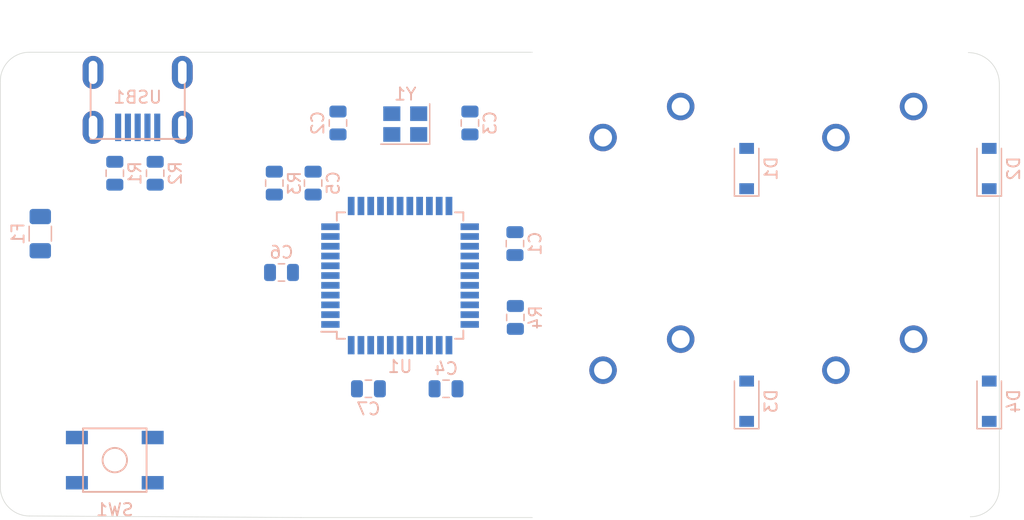
<source format=kicad_pcb>
(kicad_pcb (version 20171130) (host pcbnew "(5.1.4)-1")

  (general
    (thickness 1.6)
    (drawings 9)
    (tracks 0)
    (zones 0)
    (modules 24)
    (nets 49)
  )

  (page A4)
  (layers
    (0 F.Cu signal)
    (31 B.Cu signal)
    (32 B.Adhes user)
    (33 F.Adhes user)
    (34 B.Paste user)
    (35 F.Paste user)
    (36 B.SilkS user)
    (37 F.SilkS user)
    (38 B.Mask user)
    (39 F.Mask user)
    (40 Dwgs.User user)
    (41 Cmts.User user)
    (42 Eco1.User user)
    (43 Eco2.User user)
    (44 Edge.Cuts user)
    (45 Margin user)
    (46 B.CrtYd user)
    (47 F.CrtYd user)
    (48 B.Fab user)
    (49 F.Fab user)
  )

  (setup
    (last_trace_width 0.254)
    (trace_clearance 0.2)
    (zone_clearance 0.508)
    (zone_45_only no)
    (trace_min 0.2)
    (via_size 0.8)
    (via_drill 0.4)
    (via_min_size 0.4)
    (via_min_drill 0.3)
    (uvia_size 0.3)
    (uvia_drill 0.1)
    (uvias_allowed no)
    (uvia_min_size 0.2)
    (uvia_min_drill 0.1)
    (edge_width 0.05)
    (segment_width 0.2)
    (pcb_text_width 0.3)
    (pcb_text_size 1.5 1.5)
    (mod_edge_width 0.12)
    (mod_text_size 1 1)
    (mod_text_width 0.15)
    (pad_size 1.524 1.524)
    (pad_drill 0.762)
    (pad_to_mask_clearance 0.051)
    (solder_mask_min_width 0.25)
    (aux_axis_origin 0 0)
    (visible_elements FFFFFF7F)
    (pcbplotparams
      (layerselection 0x010fc_ffffffff)
      (usegerberextensions false)
      (usegerberattributes false)
      (usegerberadvancedattributes false)
      (creategerberjobfile false)
      (excludeedgelayer true)
      (linewidth 0.100000)
      (plotframeref false)
      (viasonmask false)
      (mode 1)
      (useauxorigin false)
      (hpglpennumber 1)
      (hpglpenspeed 20)
      (hpglpendiameter 15.000000)
      (psnegative false)
      (psa4output false)
      (plotreference true)
      (plotvalue true)
      (plotinvisibletext false)
      (padsonsilk false)
      (subtractmaskfromsilk false)
      (outputformat 1)
      (mirror false)
      (drillshape 1)
      (scaleselection 1)
      (outputdirectory ""))
  )

  (net 0 "")
  (net 1 GND)
  (net 2 +5V)
  (net 3 "Net-(C2-Pad1)")
  (net 4 "Net-(C3-Pad1)")
  (net 5 "Net-(C6-Pad1)")
  (net 6 "Net-(D1-Pad2)")
  (net 7 ROW0)
  (net 8 "Net-(D2-Pad2)")
  (net 9 ROW1)
  (net 10 "Net-(D3-Pad2)")
  (net 11 "Net-(D4-Pad2)")
  (net 12 VCC)
  (net 13 COL0)
  (net 14 COL1)
  (net 15 D-)
  (net 16 "Net-(R1-Pad1)")
  (net 17 D+)
  (net 18 "Net-(R2-Pad1)")
  (net 19 "Net-(R3-Pad2)")
  (net 20 "Net-(R4-Pad2)")
  (net 21 "Net-(U1-Pad42)")
  (net 22 "Net-(U1-Pad41)")
  (net 23 "Net-(U1-Pad40)")
  (net 24 "Net-(U1-Pad39)")
  (net 25 "Net-(U1-Pad38)")
  (net 26 "Net-(U1-Pad37)")
  (net 27 "Net-(U1-Pad36)")
  (net 28 "Net-(U1-Pad32)")
  (net 29 "Net-(U1-Pad31)")
  (net 30 "Net-(U1-Pad30)")
  (net 31 "Net-(U1-Pad29)")
  (net 32 "Net-(U1-Pad28)")
  (net 33 "Net-(U1-Pad27)")
  (net 34 "Net-(U1-Pad26)")
  (net 35 "Net-(U1-Pad25)")
  (net 36 "Net-(U1-Pad22)")
  (net 37 "Net-(U1-Pad21)")
  (net 38 "Net-(U1-Pad20)")
  (net 39 "Net-(U1-Pad19)")
  (net 40 "Net-(U1-Pad18)")
  (net 41 "Net-(U1-Pad12)")
  (net 42 "Net-(U1-Pad11)")
  (net 43 "Net-(U1-Pad10)")
  (net 44 "Net-(U1-Pad9)")
  (net 45 "Net-(U1-Pad8)")
  (net 46 "Net-(U1-Pad1)")
  (net 47 "Net-(USB1-Pad6)")
  (net 48 "Net-(USB1-Pad2)")

  (net_class Default "This is the default net class."
    (clearance 0.2)
    (trace_width 0.254)
    (via_dia 0.8)
    (via_drill 0.4)
    (uvia_dia 0.3)
    (uvia_drill 0.1)
    (add_net COL0)
    (add_net COL1)
    (add_net D+)
    (add_net D-)
    (add_net "Net-(C2-Pad1)")
    (add_net "Net-(C3-Pad1)")
    (add_net "Net-(C6-Pad1)")
    (add_net "Net-(D1-Pad2)")
    (add_net "Net-(D2-Pad2)")
    (add_net "Net-(D3-Pad2)")
    (add_net "Net-(D4-Pad2)")
    (add_net "Net-(R1-Pad1)")
    (add_net "Net-(R2-Pad1)")
    (add_net "Net-(R3-Pad2)")
    (add_net "Net-(R4-Pad2)")
    (add_net "Net-(U1-Pad1)")
    (add_net "Net-(U1-Pad10)")
    (add_net "Net-(U1-Pad11)")
    (add_net "Net-(U1-Pad12)")
    (add_net "Net-(U1-Pad18)")
    (add_net "Net-(U1-Pad19)")
    (add_net "Net-(U1-Pad20)")
    (add_net "Net-(U1-Pad21)")
    (add_net "Net-(U1-Pad22)")
    (add_net "Net-(U1-Pad25)")
    (add_net "Net-(U1-Pad26)")
    (add_net "Net-(U1-Pad27)")
    (add_net "Net-(U1-Pad28)")
    (add_net "Net-(U1-Pad29)")
    (add_net "Net-(U1-Pad30)")
    (add_net "Net-(U1-Pad31)")
    (add_net "Net-(U1-Pad32)")
    (add_net "Net-(U1-Pad36)")
    (add_net "Net-(U1-Pad37)")
    (add_net "Net-(U1-Pad38)")
    (add_net "Net-(U1-Pad39)")
    (add_net "Net-(U1-Pad40)")
    (add_net "Net-(U1-Pad41)")
    (add_net "Net-(U1-Pad42)")
    (add_net "Net-(U1-Pad8)")
    (add_net "Net-(U1-Pad9)")
    (add_net "Net-(USB1-Pad2)")
    (add_net "Net-(USB1-Pad6)")
    (add_net ROW0)
    (add_net ROW1)
  )

  (net_class Power ""
    (clearance 0.2)
    (trace_width 0.381)
    (via_dia 0.8)
    (via_drill 0.4)
    (uvia_dia 0.3)
    (uvia_drill 0.1)
    (add_net +5V)
    (add_net GND)
    (add_net VCC)
  )

  (module Crystal:Crystal_SMD_3225-4Pin_3.2x2.5mm (layer B.Cu) (tedit 5A0FD1B2) (tstamp 62EA5D8A)
    (at 129.17025 38.266 180)
    (descr "SMD Crystal SERIES SMD3225/4 http://www.txccrystal.com/images/pdf/7m-accuracy.pdf, 3.2x2.5mm^2 package")
    (tags "SMD SMT crystal")
    (path /62EC589B)
    (attr smd)
    (fp_text reference Y1 (at 0 2.45 180) (layer B.SilkS)
      (effects (font (size 1 1) (thickness 0.15)) (justify mirror))
    )
    (fp_text value 16MHz (at 0 -2.45 180) (layer B.Fab)
      (effects (font (size 1 1) (thickness 0.15)) (justify mirror))
    )
    (fp_line (start 2.1 1.7) (end -2.1 1.7) (layer B.CrtYd) (width 0.05))
    (fp_line (start 2.1 -1.7) (end 2.1 1.7) (layer B.CrtYd) (width 0.05))
    (fp_line (start -2.1 -1.7) (end 2.1 -1.7) (layer B.CrtYd) (width 0.05))
    (fp_line (start -2.1 1.7) (end -2.1 -1.7) (layer B.CrtYd) (width 0.05))
    (fp_line (start -2 -1.65) (end 2 -1.65) (layer B.SilkS) (width 0.12))
    (fp_line (start -2 1.65) (end -2 -1.65) (layer B.SilkS) (width 0.12))
    (fp_line (start -1.6 -0.25) (end -0.6 -1.25) (layer B.Fab) (width 0.1))
    (fp_line (start 1.6 1.25) (end -1.6 1.25) (layer B.Fab) (width 0.1))
    (fp_line (start 1.6 -1.25) (end 1.6 1.25) (layer B.Fab) (width 0.1))
    (fp_line (start -1.6 -1.25) (end 1.6 -1.25) (layer B.Fab) (width 0.1))
    (fp_line (start -1.6 1.25) (end -1.6 -1.25) (layer B.Fab) (width 0.1))
    (fp_text user %R (at 0 0 180) (layer B.Fab)
      (effects (font (size 0.7 0.7) (thickness 0.105)) (justify mirror))
    )
    (pad 4 smd rect (at -1.1 0.85 180) (size 1.4 1.2) (layers B.Cu B.Paste B.Mask)
      (net 1 GND))
    (pad 3 smd rect (at 1.1 0.85 180) (size 1.4 1.2) (layers B.Cu B.Paste B.Mask)
      (net 4 "Net-(C3-Pad1)"))
    (pad 2 smd rect (at 1.1 -0.85 180) (size 1.4 1.2) (layers B.Cu B.Paste B.Mask)
      (net 1 GND))
    (pad 1 smd rect (at -1.1 -0.85 180) (size 1.4 1.2) (layers B.Cu B.Paste B.Mask)
      (net 3 "Net-(C2-Pad1)"))
    (model ${KISYS3DMOD}/Crystal.3dshapes/Crystal_SMD_3225-4Pin_3.2x2.5mm.wrl
      (at (xyz 0 0 0))
      (scale (xyz 1 1 1))
      (rotate (xyz 0 0 0))
    )
  )

  (module random-keyboard-parts:Molex-0548190589 (layer B.Cu) (tedit 5C494815) (tstamp 62EA5D47)
    (at 107.282 34.036 270)
    (path /62EDE864)
    (attr smd)
    (fp_text reference USB1 (at 2.032 0) (layer B.SilkS)
      (effects (font (size 1 1) (thickness 0.15)) (justify mirror))
    )
    (fp_text value Molex-0548190589 (at -5.08 0) (layer Dwgs.User)
      (effects (font (size 1 1) (thickness 0.15)))
    )
    (fp_text user %R (at 2 0) (layer B.CrtYd)
      (effects (font (size 1 1) (thickness 0.15)) (justify mirror))
    )
    (fp_line (start 3.25 1.25) (end 5.5 1.25) (layer B.CrtYd) (width 0.15))
    (fp_line (start 5.5 0.5) (end 3.25 0.5) (layer B.CrtYd) (width 0.15))
    (fp_line (start 3.25 -0.5) (end 5.5 -0.5) (layer B.CrtYd) (width 0.15))
    (fp_line (start 5.5 -1.25) (end 3.25 -1.25) (layer B.CrtYd) (width 0.15))
    (fp_line (start 3.25 -2) (end 5.5 -2) (layer B.CrtYd) (width 0.15))
    (fp_line (start 3.25 2) (end 3.25 -2) (layer B.CrtYd) (width 0.15))
    (fp_line (start 5.5 2) (end 3.25 2) (layer B.CrtYd) (width 0.15))
    (fp_line (start -3.75 -3.75) (end -3.75 3.75) (layer B.CrtYd) (width 0.15))
    (fp_line (start 5.5 -3.75) (end -3.75 -3.75) (layer B.CrtYd) (width 0.15))
    (fp_line (start 5.5 3.75) (end 5.5 -3.75) (layer B.CrtYd) (width 0.15))
    (fp_line (start -3.75 3.75) (end 5.5 3.75) (layer B.CrtYd) (width 0.15))
    (fp_line (start 0 3.85) (end 5.45 3.85) (layer B.SilkS) (width 0.15))
    (fp_line (start 0 -3.85) (end 5.45 -3.85) (layer B.SilkS) (width 0.15))
    (fp_line (start 5.45 3.85) (end 5.45 -3.85) (layer B.SilkS) (width 0.15))
    (fp_line (start -3.75 3.85) (end 0 3.85) (layer Dwgs.User) (width 0.15))
    (fp_line (start -3.75 -3.85) (end 0 -3.85) (layer Dwgs.User) (width 0.15))
    (fp_line (start -1.75 4.572) (end -1.75 -4.572) (layer Dwgs.User) (width 0.15))
    (fp_line (start -3.75 3.85) (end -3.75 -3.85) (layer Dwgs.User) (width 0.15))
    (pad 6 thru_hole oval (at 0 3.65 270) (size 2.7 1.7) (drill oval 1.9 0.7) (layers *.Cu *.Mask)
      (net 47 "Net-(USB1-Pad6)"))
    (pad 6 thru_hole oval (at 0 -3.65 270) (size 2.7 1.7) (drill oval 1.9 0.7) (layers *.Cu *.Mask)
      (net 47 "Net-(USB1-Pad6)"))
    (pad 6 thru_hole oval (at 4.5 -3.65 270) (size 2.7 1.7) (drill oval 1.9 0.7) (layers *.Cu *.Mask)
      (net 47 "Net-(USB1-Pad6)"))
    (pad 6 thru_hole oval (at 4.5 3.65 270) (size 2.7 1.7) (drill oval 1.9 0.7) (layers *.Cu *.Mask)
      (net 47 "Net-(USB1-Pad6)"))
    (pad 5 smd rect (at 4.5 1.6 270) (size 2.25 0.5) (layers B.Cu B.Paste B.Mask)
      (net 12 VCC))
    (pad 4 smd rect (at 4.5 0.8 270) (size 2.25 0.5) (layers B.Cu B.Paste B.Mask)
      (net 15 D-))
    (pad 3 smd rect (at 4.5 0 270) (size 2.25 0.5) (layers B.Cu B.Paste B.Mask)
      (net 17 D+))
    (pad 2 smd rect (at 4.5 -0.8 270) (size 2.25 0.5) (layers B.Cu B.Paste B.Mask)
      (net 48 "Net-(USB1-Pad2)"))
    (pad 1 smd rect (at 4.5 -1.6 270) (size 2.25 0.5) (layers B.Cu B.Paste B.Mask)
      (net 1 GND))
  )

  (module Package_QFP:TQFP-44_10x10mm_P0.8mm (layer B.Cu) (tedit 5A02F146) (tstamp 62EA742A)
    (at 128.74625 50.673)
    (descr "44-Lead Plastic Thin Quad Flatpack (PT) - 10x10x1.0 mm Body [TQFP] (see Microchip Packaging Specification 00000049BS.pdf)")
    (tags "QFP 0.8")
    (path /62E8C8C3)
    (attr smd)
    (fp_text reference U1 (at 0 7.45) (layer B.SilkS)
      (effects (font (size 1 1) (thickness 0.15)) (justify mirror))
    )
    (fp_text value ATmega32U4-AU (at 0 -7.45) (layer B.Fab)
      (effects (font (size 1 1) (thickness 0.15)) (justify mirror))
    )
    (fp_line (start -5.175 4.6) (end -6.45 4.6) (layer B.SilkS) (width 0.15))
    (fp_line (start 5.175 5.175) (end 4.5 5.175) (layer B.SilkS) (width 0.15))
    (fp_line (start 5.175 -5.175) (end 4.5 -5.175) (layer B.SilkS) (width 0.15))
    (fp_line (start -5.175 -5.175) (end -4.5 -5.175) (layer B.SilkS) (width 0.15))
    (fp_line (start -5.175 5.175) (end -4.5 5.175) (layer B.SilkS) (width 0.15))
    (fp_line (start -5.175 -5.175) (end -5.175 -4.5) (layer B.SilkS) (width 0.15))
    (fp_line (start 5.175 -5.175) (end 5.175 -4.5) (layer B.SilkS) (width 0.15))
    (fp_line (start 5.175 5.175) (end 5.175 4.5) (layer B.SilkS) (width 0.15))
    (fp_line (start -5.175 5.175) (end -5.175 4.6) (layer B.SilkS) (width 0.15))
    (fp_line (start -6.7 -6.7) (end 6.7 -6.7) (layer B.CrtYd) (width 0.05))
    (fp_line (start -6.7 6.7) (end 6.7 6.7) (layer B.CrtYd) (width 0.05))
    (fp_line (start 6.7 6.7) (end 6.7 -6.7) (layer B.CrtYd) (width 0.05))
    (fp_line (start -6.7 6.7) (end -6.7 -6.7) (layer B.CrtYd) (width 0.05))
    (fp_line (start -5 4) (end -4 5) (layer B.Fab) (width 0.15))
    (fp_line (start -5 -5) (end -5 4) (layer B.Fab) (width 0.15))
    (fp_line (start 5 -5) (end -5 -5) (layer B.Fab) (width 0.15))
    (fp_line (start 5 5) (end 5 -5) (layer B.Fab) (width 0.15))
    (fp_line (start -4 5) (end 5 5) (layer B.Fab) (width 0.15))
    (fp_text user %R (at 0 0) (layer B.Fab)
      (effects (font (size 1 1) (thickness 0.15)) (justify mirror))
    )
    (pad 44 smd rect (at -4 5.7 270) (size 1.5 0.55) (layers B.Cu B.Paste B.Mask)
      (net 2 +5V))
    (pad 43 smd rect (at -3.2 5.7 270) (size 1.5 0.55) (layers B.Cu B.Paste B.Mask)
      (net 1 GND))
    (pad 42 smd rect (at -2.4 5.7 270) (size 1.5 0.55) (layers B.Cu B.Paste B.Mask)
      (net 21 "Net-(U1-Pad42)"))
    (pad 41 smd rect (at -1.6 5.7 270) (size 1.5 0.55) (layers B.Cu B.Paste B.Mask)
      (net 22 "Net-(U1-Pad41)"))
    (pad 40 smd rect (at -0.8 5.7 270) (size 1.5 0.55) (layers B.Cu B.Paste B.Mask)
      (net 23 "Net-(U1-Pad40)"))
    (pad 39 smd rect (at 0 5.7 270) (size 1.5 0.55) (layers B.Cu B.Paste B.Mask)
      (net 24 "Net-(U1-Pad39)"))
    (pad 38 smd rect (at 0.8 5.7 270) (size 1.5 0.55) (layers B.Cu B.Paste B.Mask)
      (net 25 "Net-(U1-Pad38)"))
    (pad 37 smd rect (at 1.6 5.7 270) (size 1.5 0.55) (layers B.Cu B.Paste B.Mask)
      (net 26 "Net-(U1-Pad37)"))
    (pad 36 smd rect (at 2.4 5.7 270) (size 1.5 0.55) (layers B.Cu B.Paste B.Mask)
      (net 27 "Net-(U1-Pad36)"))
    (pad 35 smd rect (at 3.2 5.7 270) (size 1.5 0.55) (layers B.Cu B.Paste B.Mask)
      (net 1 GND))
    (pad 34 smd rect (at 4 5.7 270) (size 1.5 0.55) (layers B.Cu B.Paste B.Mask)
      (net 2 +5V))
    (pad 33 smd rect (at 5.7 4) (size 1.5 0.55) (layers B.Cu B.Paste B.Mask)
      (net 20 "Net-(R4-Pad2)"))
    (pad 32 smd rect (at 5.7 3.2) (size 1.5 0.55) (layers B.Cu B.Paste B.Mask)
      (net 28 "Net-(U1-Pad32)"))
    (pad 31 smd rect (at 5.7 2.4) (size 1.5 0.55) (layers B.Cu B.Paste B.Mask)
      (net 29 "Net-(U1-Pad31)"))
    (pad 30 smd rect (at 5.7 1.6) (size 1.5 0.55) (layers B.Cu B.Paste B.Mask)
      (net 30 "Net-(U1-Pad30)"))
    (pad 29 smd rect (at 5.7 0.8) (size 1.5 0.55) (layers B.Cu B.Paste B.Mask)
      (net 31 "Net-(U1-Pad29)"))
    (pad 28 smd rect (at 5.7 0) (size 1.5 0.55) (layers B.Cu B.Paste B.Mask)
      (net 32 "Net-(U1-Pad28)"))
    (pad 27 smd rect (at 5.7 -0.8) (size 1.5 0.55) (layers B.Cu B.Paste B.Mask)
      (net 33 "Net-(U1-Pad27)"))
    (pad 26 smd rect (at 5.7 -1.6) (size 1.5 0.55) (layers B.Cu B.Paste B.Mask)
      (net 34 "Net-(U1-Pad26)"))
    (pad 25 smd rect (at 5.7 -2.4) (size 1.5 0.55) (layers B.Cu B.Paste B.Mask)
      (net 35 "Net-(U1-Pad25)"))
    (pad 24 smd rect (at 5.7 -3.2) (size 1.5 0.55) (layers B.Cu B.Paste B.Mask)
      (net 2 +5V))
    (pad 23 smd rect (at 5.7 -4) (size 1.5 0.55) (layers B.Cu B.Paste B.Mask)
      (net 1 GND))
    (pad 22 smd rect (at 4 -5.7 270) (size 1.5 0.55) (layers B.Cu B.Paste B.Mask)
      (net 36 "Net-(U1-Pad22)"))
    (pad 21 smd rect (at 3.2 -5.7 270) (size 1.5 0.55) (layers B.Cu B.Paste B.Mask)
      (net 37 "Net-(U1-Pad21)"))
    (pad 20 smd rect (at 2.4 -5.7 270) (size 1.5 0.55) (layers B.Cu B.Paste B.Mask)
      (net 38 "Net-(U1-Pad20)"))
    (pad 19 smd rect (at 1.6 -5.7 270) (size 1.5 0.55) (layers B.Cu B.Paste B.Mask)
      (net 39 "Net-(U1-Pad19)"))
    (pad 18 smd rect (at 0.8 -5.7 270) (size 1.5 0.55) (layers B.Cu B.Paste B.Mask)
      (net 40 "Net-(U1-Pad18)"))
    (pad 17 smd rect (at 0 -5.7 270) (size 1.5 0.55) (layers B.Cu B.Paste B.Mask)
      (net 3 "Net-(C2-Pad1)"))
    (pad 16 smd rect (at -0.8 -5.7 270) (size 1.5 0.55) (layers B.Cu B.Paste B.Mask)
      (net 4 "Net-(C3-Pad1)"))
    (pad 15 smd rect (at -1.6 -5.7 270) (size 1.5 0.55) (layers B.Cu B.Paste B.Mask)
      (net 1 GND))
    (pad 14 smd rect (at -2.4 -5.7 270) (size 1.5 0.55) (layers B.Cu B.Paste B.Mask)
      (net 2 +5V))
    (pad 13 smd rect (at -3.2 -5.7 270) (size 1.5 0.55) (layers B.Cu B.Paste B.Mask)
      (net 19 "Net-(R3-Pad2)"))
    (pad 12 smd rect (at -4 -5.7 270) (size 1.5 0.55) (layers B.Cu B.Paste B.Mask)
      (net 41 "Net-(U1-Pad12)"))
    (pad 11 smd rect (at -5.7 -4) (size 1.5 0.55) (layers B.Cu B.Paste B.Mask)
      (net 42 "Net-(U1-Pad11)"))
    (pad 10 smd rect (at -5.7 -3.2) (size 1.5 0.55) (layers B.Cu B.Paste B.Mask)
      (net 43 "Net-(U1-Pad10)"))
    (pad 9 smd rect (at -5.7 -2.4) (size 1.5 0.55) (layers B.Cu B.Paste B.Mask)
      (net 44 "Net-(U1-Pad9)"))
    (pad 8 smd rect (at -5.7 -1.6) (size 1.5 0.55) (layers B.Cu B.Paste B.Mask)
      (net 45 "Net-(U1-Pad8)"))
    (pad 7 smd rect (at -5.7 -0.8) (size 1.5 0.55) (layers B.Cu B.Paste B.Mask)
      (net 2 +5V))
    (pad 6 smd rect (at -5.7 0) (size 1.5 0.55) (layers B.Cu B.Paste B.Mask)
      (net 5 "Net-(C6-Pad1)"))
    (pad 5 smd rect (at -5.7 0.8) (size 1.5 0.55) (layers B.Cu B.Paste B.Mask)
      (net 1 GND))
    (pad 4 smd rect (at -5.7 1.6) (size 1.5 0.55) (layers B.Cu B.Paste B.Mask)
      (net 18 "Net-(R2-Pad1)"))
    (pad 3 smd rect (at -5.7 2.4) (size 1.5 0.55) (layers B.Cu B.Paste B.Mask)
      (net 16 "Net-(R1-Pad1)"))
    (pad 2 smd rect (at -5.7 3.2) (size 1.5 0.55) (layers B.Cu B.Paste B.Mask)
      (net 2 +5V))
    (pad 1 smd rect (at -5.7 4) (size 1.5 0.55) (layers B.Cu B.Paste B.Mask)
      (net 46 "Net-(U1-Pad1)"))
    (model ${KISYS3DMOD}/Package_QFP.3dshapes/TQFP-44_10x10mm_P0.8mm.wrl
      (at (xyz 0 0 0))
      (scale (xyz 1 1 1))
      (rotate (xyz 0 0 0))
    )
  )

  (module random-keyboard-parts:SKQG-1155865 (layer B.Cu) (tedit 5E62B398) (tstamp 62EA5CE4)
    (at 105.41 65.786 180)
    (path /62ED2889)
    (attr smd)
    (fp_text reference SW1 (at 0 -4.064) (layer B.SilkS)
      (effects (font (size 1 1) (thickness 0.15)) (justify mirror))
    )
    (fp_text value SW_Push (at 0 4.064) (layer B.Fab)
      (effects (font (size 1 1) (thickness 0.15)) (justify mirror))
    )
    (fp_line (start -2.6 2.6) (end 2.6 2.6) (layer B.SilkS) (width 0.15))
    (fp_line (start 2.6 2.6) (end 2.6 -2.6) (layer B.SilkS) (width 0.15))
    (fp_line (start 2.6 -2.6) (end -2.6 -2.6) (layer B.SilkS) (width 0.15))
    (fp_line (start -2.6 -2.6) (end -2.6 2.6) (layer B.SilkS) (width 0.15))
    (fp_circle (center 0 0) (end 1 0) (layer B.SilkS) (width 0.15))
    (fp_line (start -4.2 2.6) (end 4.2 2.6) (layer B.Fab) (width 0.15))
    (fp_line (start 4.2 2.6) (end 4.2 1.2) (layer B.Fab) (width 0.15))
    (fp_line (start 4.2 1.1) (end 2.6 1.1) (layer B.Fab) (width 0.15))
    (fp_line (start 2.6 1.1) (end 2.6 -1.1) (layer B.Fab) (width 0.15))
    (fp_line (start 2.6 -1.1) (end 4.2 -1.1) (layer B.Fab) (width 0.15))
    (fp_line (start 4.2 -1.1) (end 4.2 -2.6) (layer B.Fab) (width 0.15))
    (fp_line (start 4.2 -2.6) (end -4.2 -2.6) (layer B.Fab) (width 0.15))
    (fp_line (start -4.2 -2.6) (end -4.2 -1.1) (layer B.Fab) (width 0.15))
    (fp_line (start -4.2 -1.1) (end -2.6 -1.1) (layer B.Fab) (width 0.15))
    (fp_line (start -2.6 -1.1) (end -2.6 1.1) (layer B.Fab) (width 0.15))
    (fp_line (start -2.6 1.1) (end -4.2 1.1) (layer B.Fab) (width 0.15))
    (fp_line (start -4.2 1.1) (end -4.2 2.6) (layer B.Fab) (width 0.15))
    (fp_circle (center 0 0) (end 1 0) (layer B.Fab) (width 0.15))
    (fp_line (start -2.6 1.1) (end -1.1 2.6) (layer B.Fab) (width 0.15))
    (fp_line (start 2.6 1.1) (end 1.1 2.6) (layer B.Fab) (width 0.15))
    (fp_line (start 2.6 -1.1) (end 1.1 -2.6) (layer B.Fab) (width 0.15))
    (fp_line (start -2.6 -1.1) (end -1.1 -2.6) (layer B.Fab) (width 0.15))
    (pad 4 smd rect (at -3.1 -1.85 180) (size 1.8 1.1) (layers B.Cu B.Paste B.Mask))
    (pad 3 smd rect (at 3.1 1.85 180) (size 1.8 1.1) (layers B.Cu B.Paste B.Mask))
    (pad 2 smd rect (at -3.1 1.85 180) (size 1.8 1.1) (layers B.Cu B.Paste B.Mask)
      (net 19 "Net-(R3-Pad2)"))
    (pad 1 smd rect (at 3.1 -1.85 180) (size 1.8 1.1) (layers B.Cu B.Paste B.Mask)
      (net 1 GND))
    (model ${KISYS3DMOD}/Button_Switch_SMD.3dshapes/SW_SPST_TL3342.step
      (at (xyz 0 0 0))
      (scale (xyz 1 1 1))
      (rotate (xyz 0 0 0))
    )
  )

  (module Resistor_SMD:R_0805_2012Metric (layer B.Cu) (tedit 5B36C52B) (tstamp 62EA5CC6)
    (at 138.176 54.102 90)
    (descr "Resistor SMD 0805 (2012 Metric), square (rectangular) end terminal, IPC_7351 nominal, (Body size source: https://docs.google.com/spreadsheets/d/1BsfQQcO9C6DZCsRaXUlFlo91Tg2WpOkGARC1WS5S8t0/edit?usp=sharing), generated with kicad-footprint-generator")
    (tags resistor)
    (path /62EA679C)
    (attr smd)
    (fp_text reference R4 (at 0 1.65 90) (layer B.SilkS)
      (effects (font (size 1 1) (thickness 0.15)) (justify mirror))
    )
    (fp_text value 10k (at 0 -1.65 90) (layer B.Fab)
      (effects (font (size 1 1) (thickness 0.15)) (justify mirror))
    )
    (fp_text user %R (at 0 0 90) (layer B.Fab)
      (effects (font (size 0.5 0.5) (thickness 0.08)) (justify mirror))
    )
    (fp_line (start 1.68 -0.95) (end -1.68 -0.95) (layer B.CrtYd) (width 0.05))
    (fp_line (start 1.68 0.95) (end 1.68 -0.95) (layer B.CrtYd) (width 0.05))
    (fp_line (start -1.68 0.95) (end 1.68 0.95) (layer B.CrtYd) (width 0.05))
    (fp_line (start -1.68 -0.95) (end -1.68 0.95) (layer B.CrtYd) (width 0.05))
    (fp_line (start -0.258578 -0.71) (end 0.258578 -0.71) (layer B.SilkS) (width 0.12))
    (fp_line (start -0.258578 0.71) (end 0.258578 0.71) (layer B.SilkS) (width 0.12))
    (fp_line (start 1 -0.6) (end -1 -0.6) (layer B.Fab) (width 0.1))
    (fp_line (start 1 0.6) (end 1 -0.6) (layer B.Fab) (width 0.1))
    (fp_line (start -1 0.6) (end 1 0.6) (layer B.Fab) (width 0.1))
    (fp_line (start -1 -0.6) (end -1 0.6) (layer B.Fab) (width 0.1))
    (pad 2 smd roundrect (at 0.9375 0 90) (size 0.975 1.4) (layers B.Cu B.Paste B.Mask) (roundrect_rratio 0.25)
      (net 20 "Net-(R4-Pad2)"))
    (pad 1 smd roundrect (at -0.9375 0 90) (size 0.975 1.4) (layers B.Cu B.Paste B.Mask) (roundrect_rratio 0.25)
      (net 1 GND))
    (model ${KISYS3DMOD}/Resistor_SMD.3dshapes/R_0805_2012Metric.wrl
      (at (xyz 0 0 0))
      (scale (xyz 1 1 1))
      (rotate (xyz 0 0 0))
    )
  )

  (module Resistor_SMD:R_0805_2012Metric (layer B.Cu) (tedit 5B36C52B) (tstamp 62EA5CB5)
    (at 118.45925 43.1015 90)
    (descr "Resistor SMD 0805 (2012 Metric), square (rectangular) end terminal, IPC_7351 nominal, (Body size source: https://docs.google.com/spreadsheets/d/1BsfQQcO9C6DZCsRaXUlFlo91Tg2WpOkGARC1WS5S8t0/edit?usp=sharing), generated with kicad-footprint-generator")
    (tags resistor)
    (path /62ED5E26)
    (attr smd)
    (fp_text reference R3 (at 0 1.65 90) (layer B.SilkS)
      (effects (font (size 1 1) (thickness 0.15)) (justify mirror))
    )
    (fp_text value 10k (at 0 -1.65 90) (layer B.Fab)
      (effects (font (size 1 1) (thickness 0.15)) (justify mirror))
    )
    (fp_text user %R (at 0 0 90) (layer B.Fab)
      (effects (font (size 0.5 0.5) (thickness 0.08)) (justify mirror))
    )
    (fp_line (start 1.68 -0.95) (end -1.68 -0.95) (layer B.CrtYd) (width 0.05))
    (fp_line (start 1.68 0.95) (end 1.68 -0.95) (layer B.CrtYd) (width 0.05))
    (fp_line (start -1.68 0.95) (end 1.68 0.95) (layer B.CrtYd) (width 0.05))
    (fp_line (start -1.68 -0.95) (end -1.68 0.95) (layer B.CrtYd) (width 0.05))
    (fp_line (start -0.258578 -0.71) (end 0.258578 -0.71) (layer B.SilkS) (width 0.12))
    (fp_line (start -0.258578 0.71) (end 0.258578 0.71) (layer B.SilkS) (width 0.12))
    (fp_line (start 1 -0.6) (end -1 -0.6) (layer B.Fab) (width 0.1))
    (fp_line (start 1 0.6) (end 1 -0.6) (layer B.Fab) (width 0.1))
    (fp_line (start -1 0.6) (end 1 0.6) (layer B.Fab) (width 0.1))
    (fp_line (start -1 -0.6) (end -1 0.6) (layer B.Fab) (width 0.1))
    (pad 2 smd roundrect (at 0.9375 0 90) (size 0.975 1.4) (layers B.Cu B.Paste B.Mask) (roundrect_rratio 0.25)
      (net 19 "Net-(R3-Pad2)"))
    (pad 1 smd roundrect (at -0.9375 0 90) (size 0.975 1.4) (layers B.Cu B.Paste B.Mask) (roundrect_rratio 0.25)
      (net 2 +5V))
    (model ${KISYS3DMOD}/Resistor_SMD.3dshapes/R_0805_2012Metric.wrl
      (at (xyz 0 0 0))
      (scale (xyz 1 1 1))
      (rotate (xyz 0 0 0))
    )
  )

  (module Resistor_SMD:R_0805_2012Metric (layer B.Cu) (tedit 5B36C52B) (tstamp 62EA5CA4)
    (at 108.712 42.291 90)
    (descr "Resistor SMD 0805 (2012 Metric), square (rectangular) end terminal, IPC_7351 nominal, (Body size source: https://docs.google.com/spreadsheets/d/1BsfQQcO9C6DZCsRaXUlFlo91Tg2WpOkGARC1WS5S8t0/edit?usp=sharing), generated with kicad-footprint-generator")
    (tags resistor)
    (path /62EAA772)
    (attr smd)
    (fp_text reference R2 (at 0 1.65 90) (layer B.SilkS)
      (effects (font (size 1 1) (thickness 0.15)) (justify mirror))
    )
    (fp_text value 22 (at 0 -1.65 90) (layer B.Fab)
      (effects (font (size 1 1) (thickness 0.15)) (justify mirror))
    )
    (fp_text user %R (at 0 0 90) (layer B.Fab)
      (effects (font (size 0.5 0.5) (thickness 0.08)) (justify mirror))
    )
    (fp_line (start 1.68 -0.95) (end -1.68 -0.95) (layer B.CrtYd) (width 0.05))
    (fp_line (start 1.68 0.95) (end 1.68 -0.95) (layer B.CrtYd) (width 0.05))
    (fp_line (start -1.68 0.95) (end 1.68 0.95) (layer B.CrtYd) (width 0.05))
    (fp_line (start -1.68 -0.95) (end -1.68 0.95) (layer B.CrtYd) (width 0.05))
    (fp_line (start -0.258578 -0.71) (end 0.258578 -0.71) (layer B.SilkS) (width 0.12))
    (fp_line (start -0.258578 0.71) (end 0.258578 0.71) (layer B.SilkS) (width 0.12))
    (fp_line (start 1 -0.6) (end -1 -0.6) (layer B.Fab) (width 0.1))
    (fp_line (start 1 0.6) (end 1 -0.6) (layer B.Fab) (width 0.1))
    (fp_line (start -1 0.6) (end 1 0.6) (layer B.Fab) (width 0.1))
    (fp_line (start -1 -0.6) (end -1 0.6) (layer B.Fab) (width 0.1))
    (pad 2 smd roundrect (at 0.9375 0 90) (size 0.975 1.4) (layers B.Cu B.Paste B.Mask) (roundrect_rratio 0.25)
      (net 17 D+))
    (pad 1 smd roundrect (at -0.9375 0 90) (size 0.975 1.4) (layers B.Cu B.Paste B.Mask) (roundrect_rratio 0.25)
      (net 18 "Net-(R2-Pad1)"))
    (model ${KISYS3DMOD}/Resistor_SMD.3dshapes/R_0805_2012Metric.wrl
      (at (xyz 0 0 0))
      (scale (xyz 1 1 1))
      (rotate (xyz 0 0 0))
    )
  )

  (module Resistor_SMD:R_0805_2012Metric (layer B.Cu) (tedit 5B36C52B) (tstamp 62EA5C93)
    (at 105.41 42.291 90)
    (descr "Resistor SMD 0805 (2012 Metric), square (rectangular) end terminal, IPC_7351 nominal, (Body size source: https://docs.google.com/spreadsheets/d/1BsfQQcO9C6DZCsRaXUlFlo91Tg2WpOkGARC1WS5S8t0/edit?usp=sharing), generated with kicad-footprint-generator")
    (tags resistor)
    (path /62EADDC5)
    (attr smd)
    (fp_text reference R1 (at 0 1.65 90) (layer B.SilkS)
      (effects (font (size 1 1) (thickness 0.15)) (justify mirror))
    )
    (fp_text value 22 (at 0 -1.65 90) (layer B.Fab)
      (effects (font (size 1 1) (thickness 0.15)) (justify mirror))
    )
    (fp_text user %R (at 0 0 90) (layer B.Fab)
      (effects (font (size 0.5 0.5) (thickness 0.08)) (justify mirror))
    )
    (fp_line (start 1.68 -0.95) (end -1.68 -0.95) (layer B.CrtYd) (width 0.05))
    (fp_line (start 1.68 0.95) (end 1.68 -0.95) (layer B.CrtYd) (width 0.05))
    (fp_line (start -1.68 0.95) (end 1.68 0.95) (layer B.CrtYd) (width 0.05))
    (fp_line (start -1.68 -0.95) (end -1.68 0.95) (layer B.CrtYd) (width 0.05))
    (fp_line (start -0.258578 -0.71) (end 0.258578 -0.71) (layer B.SilkS) (width 0.12))
    (fp_line (start -0.258578 0.71) (end 0.258578 0.71) (layer B.SilkS) (width 0.12))
    (fp_line (start 1 -0.6) (end -1 -0.6) (layer B.Fab) (width 0.1))
    (fp_line (start 1 0.6) (end 1 -0.6) (layer B.Fab) (width 0.1))
    (fp_line (start -1 0.6) (end 1 0.6) (layer B.Fab) (width 0.1))
    (fp_line (start -1 -0.6) (end -1 0.6) (layer B.Fab) (width 0.1))
    (pad 2 smd roundrect (at 0.9375 0 90) (size 0.975 1.4) (layers B.Cu B.Paste B.Mask) (roundrect_rratio 0.25)
      (net 15 D-))
    (pad 1 smd roundrect (at -0.9375 0 90) (size 0.975 1.4) (layers B.Cu B.Paste B.Mask) (roundrect_rratio 0.25)
      (net 16 "Net-(R1-Pad1)"))
    (model ${KISYS3DMOD}/Resistor_SMD.3dshapes/R_0805_2012Metric.wrl
      (at (xyz 0 0 0))
      (scale (xyz 1 1 1))
      (rotate (xyz 0 0 0))
    )
  )

  (module MX_Only:MXOnly-1U-NoLED (layer F.Cu) (tedit 5BD3C6C7) (tstamp 62EA9BF9)
    (at 168.2115 60.96)
    (path /62EE7856)
    (fp_text reference MX4 (at 0 3.175) (layer Dwgs.User)
      (effects (font (size 1 1) (thickness 0.15)))
    )
    (fp_text value MX-NoLED (at 0 -7.9375) (layer Dwgs.User)
      (effects (font (size 1 1) (thickness 0.15)))
    )
    (fp_line (start 5 -7) (end 7 -7) (layer Dwgs.User) (width 0.15))
    (fp_line (start 7 -7) (end 7 -5) (layer Dwgs.User) (width 0.15))
    (fp_line (start 5 7) (end 7 7) (layer Dwgs.User) (width 0.15))
    (fp_line (start 7 7) (end 7 5) (layer Dwgs.User) (width 0.15))
    (fp_line (start -7 5) (end -7 7) (layer Dwgs.User) (width 0.15))
    (fp_line (start -7 7) (end -5 7) (layer Dwgs.User) (width 0.15))
    (fp_line (start -5 -7) (end -7 -7) (layer Dwgs.User) (width 0.15))
    (fp_line (start -7 -7) (end -7 -5) (layer Dwgs.User) (width 0.15))
    (fp_line (start -9.525 -9.525) (end 9.525 -9.525) (layer Dwgs.User) (width 0.15))
    (fp_line (start 9.525 -9.525) (end 9.525 9.525) (layer Dwgs.User) (width 0.15))
    (fp_line (start 9.525 9.525) (end -9.525 9.525) (layer Dwgs.User) (width 0.15))
    (fp_line (start -9.525 9.525) (end -9.525 -9.525) (layer Dwgs.User) (width 0.15))
    (pad 2 thru_hole circle (at 2.54 -5.08) (size 2.25 2.25) (drill 1.47) (layers *.Cu B.Mask)
      (net 11 "Net-(D4-Pad2)"))
    (pad "" np_thru_hole circle (at 0 0) (size 3.9878 3.9878) (drill 3.9878) (layers *.Cu *.Mask))
    (pad 1 thru_hole circle (at -3.81 -2.54) (size 2.25 2.25) (drill 1.47) (layers *.Cu B.Mask)
      (net 14 COL1))
    (pad "" np_thru_hole circle (at -5.08 0 48.0996) (size 1.75 1.75) (drill 1.75) (layers *.Cu *.Mask))
    (pad "" np_thru_hole circle (at 5.08 0 48.0996) (size 1.75 1.75) (drill 1.75) (layers *.Cu *.Mask))
  )

  (module MX_Only:MXOnly-1U-NoLED (layer F.Cu) (tedit 5BD3C6C7) (tstamp 62EA9C35)
    (at 149.1615 60.96)
    (path /62F0D0E2)
    (fp_text reference MX3 (at 0 3.175) (layer Dwgs.User)
      (effects (font (size 1 1) (thickness 0.15)))
    )
    (fp_text value MX-NoLED (at 0 -7.9375) (layer Dwgs.User)
      (effects (font (size 1 1) (thickness 0.15)))
    )
    (fp_line (start 5 -7) (end 7 -7) (layer Dwgs.User) (width 0.15))
    (fp_line (start 7 -7) (end 7 -5) (layer Dwgs.User) (width 0.15))
    (fp_line (start 5 7) (end 7 7) (layer Dwgs.User) (width 0.15))
    (fp_line (start 7 7) (end 7 5) (layer Dwgs.User) (width 0.15))
    (fp_line (start -7 5) (end -7 7) (layer Dwgs.User) (width 0.15))
    (fp_line (start -7 7) (end -5 7) (layer Dwgs.User) (width 0.15))
    (fp_line (start -5 -7) (end -7 -7) (layer Dwgs.User) (width 0.15))
    (fp_line (start -7 -7) (end -7 -5) (layer Dwgs.User) (width 0.15))
    (fp_line (start -9.525 -9.525) (end 9.525 -9.525) (layer Dwgs.User) (width 0.15))
    (fp_line (start 9.525 -9.525) (end 9.525 9.525) (layer Dwgs.User) (width 0.15))
    (fp_line (start 9.525 9.525) (end -9.525 9.525) (layer Dwgs.User) (width 0.15))
    (fp_line (start -9.525 9.525) (end -9.525 -9.525) (layer Dwgs.User) (width 0.15))
    (pad 2 thru_hole circle (at 2.54 -5.08) (size 2.25 2.25) (drill 1.47) (layers *.Cu B.Mask)
      (net 10 "Net-(D3-Pad2)"))
    (pad "" np_thru_hole circle (at 0 0) (size 3.9878 3.9878) (drill 3.9878) (layers *.Cu *.Mask))
    (pad 1 thru_hole circle (at -3.81 -2.54) (size 2.25 2.25) (drill 1.47) (layers *.Cu B.Mask)
      (net 14 COL1))
    (pad "" np_thru_hole circle (at -5.08 0 48.0996) (size 1.75 1.75) (drill 1.75) (layers *.Cu *.Mask))
    (pad "" np_thru_hole circle (at 5.08 0 48.0996) (size 1.75 1.75) (drill 1.75) (layers *.Cu *.Mask))
  )

  (module MX_Only:MXOnly-1U-NoLED (layer F.Cu) (tedit 5BD3C6C7) (tstamp 62EA9E32)
    (at 168.2115 41.91)
    (path /62EFEC45)
    (fp_text reference MX2 (at 0 3.175) (layer Dwgs.User)
      (effects (font (size 1 1) (thickness 0.15)))
    )
    (fp_text value MX-NoLED (at 0 -7.9375) (layer Dwgs.User)
      (effects (font (size 1 1) (thickness 0.15)))
    )
    (fp_line (start 5 -7) (end 7 -7) (layer Dwgs.User) (width 0.15))
    (fp_line (start 7 -7) (end 7 -5) (layer Dwgs.User) (width 0.15))
    (fp_line (start 5 7) (end 7 7) (layer Dwgs.User) (width 0.15))
    (fp_line (start 7 7) (end 7 5) (layer Dwgs.User) (width 0.15))
    (fp_line (start -7 5) (end -7 7) (layer Dwgs.User) (width 0.15))
    (fp_line (start -7 7) (end -5 7) (layer Dwgs.User) (width 0.15))
    (fp_line (start -5 -7) (end -7 -7) (layer Dwgs.User) (width 0.15))
    (fp_line (start -7 -7) (end -7 -5) (layer Dwgs.User) (width 0.15))
    (fp_line (start -9.525 -9.525) (end 9.525 -9.525) (layer Dwgs.User) (width 0.15))
    (fp_line (start 9.525 -9.525) (end 9.525 9.525) (layer Dwgs.User) (width 0.15))
    (fp_line (start 9.525 9.525) (end -9.525 9.525) (layer Dwgs.User) (width 0.15))
    (fp_line (start -9.525 9.525) (end -9.525 -9.525) (layer Dwgs.User) (width 0.15))
    (pad 2 thru_hole circle (at 2.54 -5.08) (size 2.25 2.25) (drill 1.47) (layers *.Cu B.Mask)
      (net 8 "Net-(D2-Pad2)"))
    (pad "" np_thru_hole circle (at 0 0) (size 3.9878 3.9878) (drill 3.9878) (layers *.Cu *.Mask))
    (pad 1 thru_hole circle (at -3.81 -2.54) (size 2.25 2.25) (drill 1.47) (layers *.Cu B.Mask)
      (net 13 COL0))
    (pad "" np_thru_hole circle (at -5.08 0 48.0996) (size 1.75 1.75) (drill 1.75) (layers *.Cu *.Mask))
    (pad "" np_thru_hole circle (at 5.08 0 48.0996) (size 1.75 1.75) (drill 1.75) (layers *.Cu *.Mask))
  )

  (module MX_Only:MXOnly-1U-NoLED (layer F.Cu) (tedit 5BD3C6C7) (tstamp 62EAAB97)
    (at 149.1615 41.91)
    (path /62EED4A2)
    (fp_text reference MX1 (at 0 3.175) (layer Dwgs.User)
      (effects (font (size 1 1) (thickness 0.15)))
    )
    (fp_text value MX-NoLED (at 0 -7.9375) (layer Dwgs.User)
      (effects (font (size 1 1) (thickness 0.15)))
    )
    (fp_line (start 5 -7) (end 7 -7) (layer Dwgs.User) (width 0.15))
    (fp_line (start 7 -7) (end 7 -5) (layer Dwgs.User) (width 0.15))
    (fp_line (start 5 7) (end 7 7) (layer Dwgs.User) (width 0.15))
    (fp_line (start 7 7) (end 7 5) (layer Dwgs.User) (width 0.15))
    (fp_line (start -7 5) (end -7 7) (layer Dwgs.User) (width 0.15))
    (fp_line (start -7 7) (end -5 7) (layer Dwgs.User) (width 0.15))
    (fp_line (start -5 -7) (end -7 -7) (layer Dwgs.User) (width 0.15))
    (fp_line (start -7 -7) (end -7 -5) (layer Dwgs.User) (width 0.15))
    (fp_line (start -9.525 -9.525) (end 9.525 -9.525) (layer Dwgs.User) (width 0.15))
    (fp_line (start 9.525 -9.525) (end 9.525 9.525) (layer Dwgs.User) (width 0.15))
    (fp_line (start 9.525 9.525) (end -9.525 9.525) (layer Dwgs.User) (width 0.15))
    (fp_line (start -9.525 9.525) (end -9.525 -9.525) (layer Dwgs.User) (width 0.15))
    (pad 2 thru_hole circle (at 2.54 -5.08) (size 2.25 2.25) (drill 1.47) (layers *.Cu B.Mask)
      (net 6 "Net-(D1-Pad2)"))
    (pad "" np_thru_hole circle (at 0 0) (size 3.9878 3.9878) (drill 3.9878) (layers *.Cu *.Mask))
    (pad 1 thru_hole circle (at -3.81 -2.54) (size 2.25 2.25) (drill 1.47) (layers *.Cu B.Mask)
      (net 13 COL0))
    (pad "" np_thru_hole circle (at -5.08 0 48.0996) (size 1.75 1.75) (drill 1.75) (layers *.Cu *.Mask))
    (pad "" np_thru_hole circle (at 5.08 0 48.0996) (size 1.75 1.75) (drill 1.75) (layers *.Cu *.Mask))
  )

  (module Fuse:Fuse_1206_3216Metric (layer B.Cu) (tedit 5B301BBE) (tstamp 62EA5C2E)
    (at 99.314 47.241 270)
    (descr "Fuse SMD 1206 (3216 Metric), square (rectangular) end terminal, IPC_7351 nominal, (Body size source: http://www.tortai-tech.com/upload/download/2011102023233369053.pdf), generated with kicad-footprint-generator")
    (tags resistor)
    (path /62EDFB9E)
    (attr smd)
    (fp_text reference F1 (at 0 1.82 90) (layer B.SilkS)
      (effects (font (size 1 1) (thickness 0.15)) (justify mirror))
    )
    (fp_text value 500mA (at 0 -1.82 90) (layer B.Fab)
      (effects (font (size 1 1) (thickness 0.15)) (justify mirror))
    )
    (fp_text user %R (at 0 0 90) (layer B.Fab)
      (effects (font (size 0.8 0.8) (thickness 0.12)) (justify mirror))
    )
    (fp_line (start 2.28 -1.12) (end -2.28 -1.12) (layer B.CrtYd) (width 0.05))
    (fp_line (start 2.28 1.12) (end 2.28 -1.12) (layer B.CrtYd) (width 0.05))
    (fp_line (start -2.28 1.12) (end 2.28 1.12) (layer B.CrtYd) (width 0.05))
    (fp_line (start -2.28 -1.12) (end -2.28 1.12) (layer B.CrtYd) (width 0.05))
    (fp_line (start -0.602064 -0.91) (end 0.602064 -0.91) (layer B.SilkS) (width 0.12))
    (fp_line (start -0.602064 0.91) (end 0.602064 0.91) (layer B.SilkS) (width 0.12))
    (fp_line (start 1.6 -0.8) (end -1.6 -0.8) (layer B.Fab) (width 0.1))
    (fp_line (start 1.6 0.8) (end 1.6 -0.8) (layer B.Fab) (width 0.1))
    (fp_line (start -1.6 0.8) (end 1.6 0.8) (layer B.Fab) (width 0.1))
    (fp_line (start -1.6 -0.8) (end -1.6 0.8) (layer B.Fab) (width 0.1))
    (pad 2 smd roundrect (at 1.4 0 270) (size 1.25 1.75) (layers B.Cu B.Paste B.Mask) (roundrect_rratio 0.2)
      (net 12 VCC))
    (pad 1 smd roundrect (at -1.4 0 270) (size 1.25 1.75) (layers B.Cu B.Paste B.Mask) (roundrect_rratio 0.2)
      (net 2 +5V))
    (model ${KISYS3DMOD}/Fuse.3dshapes/Fuse_1206_3216Metric.wrl
      (at (xyz 0 0 0))
      (scale (xyz 1 1 1))
      (rotate (xyz 0 0 0))
    )
  )

  (module Diode_SMD:D_SOD-123 (layer B.Cu) (tedit 58645DC7) (tstamp 62EA9D35)
    (at 176.94275 60.96 90)
    (descr SOD-123)
    (tags SOD-123)
    (path /62EEAB86)
    (attr smd)
    (fp_text reference D4 (at 0 2 90) (layer B.SilkS)
      (effects (font (size 1 1) (thickness 0.15)) (justify mirror))
    )
    (fp_text value SOD-123 (at 0 -2.1 90) (layer B.Fab)
      (effects (font (size 1 1) (thickness 0.15)) (justify mirror))
    )
    (fp_line (start -2.25 1) (end 1.65 1) (layer B.SilkS) (width 0.12))
    (fp_line (start -2.25 -1) (end 1.65 -1) (layer B.SilkS) (width 0.12))
    (fp_line (start -2.35 1.15) (end -2.35 -1.15) (layer B.CrtYd) (width 0.05))
    (fp_line (start 2.35 -1.15) (end -2.35 -1.15) (layer B.CrtYd) (width 0.05))
    (fp_line (start 2.35 1.15) (end 2.35 -1.15) (layer B.CrtYd) (width 0.05))
    (fp_line (start -2.35 1.15) (end 2.35 1.15) (layer B.CrtYd) (width 0.05))
    (fp_line (start -1.4 0.9) (end 1.4 0.9) (layer B.Fab) (width 0.1))
    (fp_line (start 1.4 0.9) (end 1.4 -0.9) (layer B.Fab) (width 0.1))
    (fp_line (start 1.4 -0.9) (end -1.4 -0.9) (layer B.Fab) (width 0.1))
    (fp_line (start -1.4 -0.9) (end -1.4 0.9) (layer B.Fab) (width 0.1))
    (fp_line (start -0.75 0) (end -0.35 0) (layer B.Fab) (width 0.1))
    (fp_line (start -0.35 0) (end -0.35 0.55) (layer B.Fab) (width 0.1))
    (fp_line (start -0.35 0) (end -0.35 -0.55) (layer B.Fab) (width 0.1))
    (fp_line (start -0.35 0) (end 0.25 0.4) (layer B.Fab) (width 0.1))
    (fp_line (start 0.25 0.4) (end 0.25 -0.4) (layer B.Fab) (width 0.1))
    (fp_line (start 0.25 -0.4) (end -0.35 0) (layer B.Fab) (width 0.1))
    (fp_line (start 0.25 0) (end 0.75 0) (layer B.Fab) (width 0.1))
    (fp_line (start -2.25 1) (end -2.25 -1) (layer B.SilkS) (width 0.12))
    (fp_text user %R (at 0 2 90) (layer B.Fab)
      (effects (font (size 1 1) (thickness 0.15)) (justify mirror))
    )
    (pad 2 smd rect (at 1.65 0 90) (size 0.9 1.2) (layers B.Cu B.Paste B.Mask)
      (net 11 "Net-(D4-Pad2)"))
    (pad 1 smd rect (at -1.65 0 90) (size 0.9 1.2) (layers B.Cu B.Paste B.Mask)
      (net 9 ROW1))
    (model ${KISYS3DMOD}/Diode_SMD.3dshapes/D_SOD-123.wrl
      (at (xyz 0 0 0))
      (scale (xyz 1 1 1))
      (rotate (xyz 0 0 0))
    )
  )

  (module Diode_SMD:D_SOD-123 (layer B.Cu) (tedit 58645DC7) (tstamp 62EA9D7D)
    (at 157.099 60.96 90)
    (descr SOD-123)
    (tags SOD-123)
    (path /62F0E245)
    (attr smd)
    (fp_text reference D3 (at 0 2 90) (layer B.SilkS)
      (effects (font (size 1 1) (thickness 0.15)) (justify mirror))
    )
    (fp_text value SOD-123 (at 0 -2.1 90) (layer B.Fab)
      (effects (font (size 1 1) (thickness 0.15)) (justify mirror))
    )
    (fp_line (start -2.25 1) (end 1.65 1) (layer B.SilkS) (width 0.12))
    (fp_line (start -2.25 -1) (end 1.65 -1) (layer B.SilkS) (width 0.12))
    (fp_line (start -2.35 1.15) (end -2.35 -1.15) (layer B.CrtYd) (width 0.05))
    (fp_line (start 2.35 -1.15) (end -2.35 -1.15) (layer B.CrtYd) (width 0.05))
    (fp_line (start 2.35 1.15) (end 2.35 -1.15) (layer B.CrtYd) (width 0.05))
    (fp_line (start -2.35 1.15) (end 2.35 1.15) (layer B.CrtYd) (width 0.05))
    (fp_line (start -1.4 0.9) (end 1.4 0.9) (layer B.Fab) (width 0.1))
    (fp_line (start 1.4 0.9) (end 1.4 -0.9) (layer B.Fab) (width 0.1))
    (fp_line (start 1.4 -0.9) (end -1.4 -0.9) (layer B.Fab) (width 0.1))
    (fp_line (start -1.4 -0.9) (end -1.4 0.9) (layer B.Fab) (width 0.1))
    (fp_line (start -0.75 0) (end -0.35 0) (layer B.Fab) (width 0.1))
    (fp_line (start -0.35 0) (end -0.35 0.55) (layer B.Fab) (width 0.1))
    (fp_line (start -0.35 0) (end -0.35 -0.55) (layer B.Fab) (width 0.1))
    (fp_line (start -0.35 0) (end 0.25 0.4) (layer B.Fab) (width 0.1))
    (fp_line (start 0.25 0.4) (end 0.25 -0.4) (layer B.Fab) (width 0.1))
    (fp_line (start 0.25 -0.4) (end -0.35 0) (layer B.Fab) (width 0.1))
    (fp_line (start 0.25 0) (end 0.75 0) (layer B.Fab) (width 0.1))
    (fp_line (start -2.25 1) (end -2.25 -1) (layer B.SilkS) (width 0.12))
    (fp_text user %R (at 0 2 90) (layer B.Fab)
      (effects (font (size 1 1) (thickness 0.15)) (justify mirror))
    )
    (pad 2 smd rect (at 1.65 0 90) (size 0.9 1.2) (layers B.Cu B.Paste B.Mask)
      (net 10 "Net-(D3-Pad2)"))
    (pad 1 smd rect (at -1.65 0 90) (size 0.9 1.2) (layers B.Cu B.Paste B.Mask)
      (net 7 ROW0))
    (model ${KISYS3DMOD}/Diode_SMD.3dshapes/D_SOD-123.wrl
      (at (xyz 0 0 0))
      (scale (xyz 1 1 1))
      (rotate (xyz 0 0 0))
    )
  )

  (module Diode_SMD:D_SOD-123 (layer B.Cu) (tedit 58645DC7) (tstamp 62EA9E8A)
    (at 176.94275 41.91 90)
    (descr SOD-123)
    (tags SOD-123)
    (path /62F1062E)
    (attr smd)
    (fp_text reference D2 (at 0 2 90) (layer B.SilkS)
      (effects (font (size 1 1) (thickness 0.15)) (justify mirror))
    )
    (fp_text value SOD-123 (at 0 -2.1 90) (layer B.Fab)
      (effects (font (size 1 1) (thickness 0.15)) (justify mirror))
    )
    (fp_line (start -2.25 1) (end 1.65 1) (layer B.SilkS) (width 0.12))
    (fp_line (start -2.25 -1) (end 1.65 -1) (layer B.SilkS) (width 0.12))
    (fp_line (start -2.35 1.15) (end -2.35 -1.15) (layer B.CrtYd) (width 0.05))
    (fp_line (start 2.35 -1.15) (end -2.35 -1.15) (layer B.CrtYd) (width 0.05))
    (fp_line (start 2.35 1.15) (end 2.35 -1.15) (layer B.CrtYd) (width 0.05))
    (fp_line (start -2.35 1.15) (end 2.35 1.15) (layer B.CrtYd) (width 0.05))
    (fp_line (start -1.4 0.9) (end 1.4 0.9) (layer B.Fab) (width 0.1))
    (fp_line (start 1.4 0.9) (end 1.4 -0.9) (layer B.Fab) (width 0.1))
    (fp_line (start 1.4 -0.9) (end -1.4 -0.9) (layer B.Fab) (width 0.1))
    (fp_line (start -1.4 -0.9) (end -1.4 0.9) (layer B.Fab) (width 0.1))
    (fp_line (start -0.75 0) (end -0.35 0) (layer B.Fab) (width 0.1))
    (fp_line (start -0.35 0) (end -0.35 0.55) (layer B.Fab) (width 0.1))
    (fp_line (start -0.35 0) (end -0.35 -0.55) (layer B.Fab) (width 0.1))
    (fp_line (start -0.35 0) (end 0.25 0.4) (layer B.Fab) (width 0.1))
    (fp_line (start 0.25 0.4) (end 0.25 -0.4) (layer B.Fab) (width 0.1))
    (fp_line (start 0.25 -0.4) (end -0.35 0) (layer B.Fab) (width 0.1))
    (fp_line (start 0.25 0) (end 0.75 0) (layer B.Fab) (width 0.1))
    (fp_line (start -2.25 1) (end -2.25 -1) (layer B.SilkS) (width 0.12))
    (fp_text user %R (at 0 2 90) (layer B.Fab)
      (effects (font (size 1 1) (thickness 0.15)) (justify mirror))
    )
    (pad 2 smd rect (at 1.65 0 90) (size 0.9 1.2) (layers B.Cu B.Paste B.Mask)
      (net 8 "Net-(D2-Pad2)"))
    (pad 1 smd rect (at -1.65 0 90) (size 0.9 1.2) (layers B.Cu B.Paste B.Mask)
      (net 9 ROW1))
    (model ${KISYS3DMOD}/Diode_SMD.3dshapes/D_SOD-123.wrl
      (at (xyz 0 0 0))
      (scale (xyz 1 1 1))
      (rotate (xyz 0 0 0))
    )
  )

  (module Diode_SMD:D_SOD-123 (layer B.Cu) (tedit 58645DC7) (tstamp 62EA9DC5)
    (at 157.099 41.91 90)
    (descr SOD-123)
    (tags SOD-123)
    (path /62EF6235)
    (attr smd)
    (fp_text reference D1 (at 0 2 90) (layer B.SilkS)
      (effects (font (size 1 1) (thickness 0.15)) (justify mirror))
    )
    (fp_text value SOD-123 (at 0 -2.1 90) (layer B.Fab)
      (effects (font (size 1 1) (thickness 0.15)) (justify mirror))
    )
    (fp_line (start -2.25 1) (end 1.65 1) (layer B.SilkS) (width 0.12))
    (fp_line (start -2.25 -1) (end 1.65 -1) (layer B.SilkS) (width 0.12))
    (fp_line (start -2.35 1.15) (end -2.35 -1.15) (layer B.CrtYd) (width 0.05))
    (fp_line (start 2.35 -1.15) (end -2.35 -1.15) (layer B.CrtYd) (width 0.05))
    (fp_line (start 2.35 1.15) (end 2.35 -1.15) (layer B.CrtYd) (width 0.05))
    (fp_line (start -2.35 1.15) (end 2.35 1.15) (layer B.CrtYd) (width 0.05))
    (fp_line (start -1.4 0.9) (end 1.4 0.9) (layer B.Fab) (width 0.1))
    (fp_line (start 1.4 0.9) (end 1.4 -0.9) (layer B.Fab) (width 0.1))
    (fp_line (start 1.4 -0.9) (end -1.4 -0.9) (layer B.Fab) (width 0.1))
    (fp_line (start -1.4 -0.9) (end -1.4 0.9) (layer B.Fab) (width 0.1))
    (fp_line (start -0.75 0) (end -0.35 0) (layer B.Fab) (width 0.1))
    (fp_line (start -0.35 0) (end -0.35 0.55) (layer B.Fab) (width 0.1))
    (fp_line (start -0.35 0) (end -0.35 -0.55) (layer B.Fab) (width 0.1))
    (fp_line (start -0.35 0) (end 0.25 0.4) (layer B.Fab) (width 0.1))
    (fp_line (start 0.25 0.4) (end 0.25 -0.4) (layer B.Fab) (width 0.1))
    (fp_line (start 0.25 -0.4) (end -0.35 0) (layer B.Fab) (width 0.1))
    (fp_line (start 0.25 0) (end 0.75 0) (layer B.Fab) (width 0.1))
    (fp_line (start -2.25 1) (end -2.25 -1) (layer B.SilkS) (width 0.12))
    (fp_text user %R (at 0 2 90) (layer B.Fab)
      (effects (font (size 1 1) (thickness 0.15)) (justify mirror))
    )
    (pad 2 smd rect (at 1.65 0 90) (size 0.9 1.2) (layers B.Cu B.Paste B.Mask)
      (net 6 "Net-(D1-Pad2)"))
    (pad 1 smd rect (at -1.65 0 90) (size 0.9 1.2) (layers B.Cu B.Paste B.Mask)
      (net 7 ROW0))
    (model ${KISYS3DMOD}/Diode_SMD.3dshapes/D_SOD-123.wrl
      (at (xyz 0 0 0))
      (scale (xyz 1 1 1))
      (rotate (xyz 0 0 0))
    )
  )

  (module Capacitor_SMD:C_0805_2012Metric (layer B.Cu) (tedit 5B36C52B) (tstamp 62EA5BB9)
    (at 126.15775 59.944)
    (descr "Capacitor SMD 0805 (2012 Metric), square (rectangular) end terminal, IPC_7351 nominal, (Body size source: https://docs.google.com/spreadsheets/d/1BsfQQcO9C6DZCsRaXUlFlo91Tg2WpOkGARC1WS5S8t0/edit?usp=sharing), generated with kicad-footprint-generator")
    (tags capacitor)
    (path /62EBFE31)
    (attr smd)
    (fp_text reference C7 (at 0 1.65) (layer B.SilkS)
      (effects (font (size 1 1) (thickness 0.15)) (justify mirror))
    )
    (fp_text value 10uF (at 0 -1.65) (layer B.Fab)
      (effects (font (size 1 1) (thickness 0.15)) (justify mirror))
    )
    (fp_text user %R (at 0 0) (layer B.Fab)
      (effects (font (size 0.5 0.5) (thickness 0.08)) (justify mirror))
    )
    (fp_line (start 1.68 -0.95) (end -1.68 -0.95) (layer B.CrtYd) (width 0.05))
    (fp_line (start 1.68 0.95) (end 1.68 -0.95) (layer B.CrtYd) (width 0.05))
    (fp_line (start -1.68 0.95) (end 1.68 0.95) (layer B.CrtYd) (width 0.05))
    (fp_line (start -1.68 -0.95) (end -1.68 0.95) (layer B.CrtYd) (width 0.05))
    (fp_line (start -0.258578 -0.71) (end 0.258578 -0.71) (layer B.SilkS) (width 0.12))
    (fp_line (start -0.258578 0.71) (end 0.258578 0.71) (layer B.SilkS) (width 0.12))
    (fp_line (start 1 -0.6) (end -1 -0.6) (layer B.Fab) (width 0.1))
    (fp_line (start 1 0.6) (end 1 -0.6) (layer B.Fab) (width 0.1))
    (fp_line (start -1 0.6) (end 1 0.6) (layer B.Fab) (width 0.1))
    (fp_line (start -1 -0.6) (end -1 0.6) (layer B.Fab) (width 0.1))
    (pad 2 smd roundrect (at 0.9375 0) (size 0.975 1.4) (layers B.Cu B.Paste B.Mask) (roundrect_rratio 0.25)
      (net 1 GND))
    (pad 1 smd roundrect (at -0.9375 0) (size 0.975 1.4) (layers B.Cu B.Paste B.Mask) (roundrect_rratio 0.25)
      (net 2 +5V))
    (model ${KISYS3DMOD}/Capacitor_SMD.3dshapes/C_0805_2012Metric.wrl
      (at (xyz 0 0 0))
      (scale (xyz 1 1 1))
      (rotate (xyz 0 0 0))
    )
  )

  (module Capacitor_SMD:C_0805_2012Metric (layer B.Cu) (tedit 5B36C52B) (tstamp 62EA5BA8)
    (at 119.04575 50.419 180)
    (descr "Capacitor SMD 0805 (2012 Metric), square (rectangular) end terminal, IPC_7351 nominal, (Body size source: https://docs.google.com/spreadsheets/d/1BsfQQcO9C6DZCsRaXUlFlo91Tg2WpOkGARC1WS5S8t0/edit?usp=sharing), generated with kicad-footprint-generator")
    (tags capacitor)
    (path /62EB4713)
    (attr smd)
    (fp_text reference C6 (at 0 1.65) (layer B.SilkS)
      (effects (font (size 1 1) (thickness 0.15)) (justify mirror))
    )
    (fp_text value 1uF (at 0 -1.65) (layer B.Fab)
      (effects (font (size 1 1) (thickness 0.15)) (justify mirror))
    )
    (fp_text user %R (at 0 0) (layer B.Fab)
      (effects (font (size 0.5 0.5) (thickness 0.08)) (justify mirror))
    )
    (fp_line (start 1.68 -0.95) (end -1.68 -0.95) (layer B.CrtYd) (width 0.05))
    (fp_line (start 1.68 0.95) (end 1.68 -0.95) (layer B.CrtYd) (width 0.05))
    (fp_line (start -1.68 0.95) (end 1.68 0.95) (layer B.CrtYd) (width 0.05))
    (fp_line (start -1.68 -0.95) (end -1.68 0.95) (layer B.CrtYd) (width 0.05))
    (fp_line (start -0.258578 -0.71) (end 0.258578 -0.71) (layer B.SilkS) (width 0.12))
    (fp_line (start -0.258578 0.71) (end 0.258578 0.71) (layer B.SilkS) (width 0.12))
    (fp_line (start 1 -0.6) (end -1 -0.6) (layer B.Fab) (width 0.1))
    (fp_line (start 1 0.6) (end 1 -0.6) (layer B.Fab) (width 0.1))
    (fp_line (start -1 0.6) (end 1 0.6) (layer B.Fab) (width 0.1))
    (fp_line (start -1 -0.6) (end -1 0.6) (layer B.Fab) (width 0.1))
    (pad 2 smd roundrect (at 0.9375 0 180) (size 0.975 1.4) (layers B.Cu B.Paste B.Mask) (roundrect_rratio 0.25)
      (net 1 GND))
    (pad 1 smd roundrect (at -0.9375 0 180) (size 0.975 1.4) (layers B.Cu B.Paste B.Mask) (roundrect_rratio 0.25)
      (net 5 "Net-(C6-Pad1)"))
    (model ${KISYS3DMOD}/Capacitor_SMD.3dshapes/C_0805_2012Metric.wrl
      (at (xyz 0 0 0))
      (scale (xyz 1 1 1))
      (rotate (xyz 0 0 0))
    )
  )

  (module Capacitor_SMD:C_0805_2012Metric (layer B.Cu) (tedit 5B36C52B) (tstamp 62EA5B97)
    (at 121.63425 43.1015 90)
    (descr "Capacitor SMD 0805 (2012 Metric), square (rectangular) end terminal, IPC_7351 nominal, (Body size source: https://docs.google.com/spreadsheets/d/1BsfQQcO9C6DZCsRaXUlFlo91Tg2WpOkGARC1WS5S8t0/edit?usp=sharing), generated with kicad-footprint-generator")
    (tags capacitor)
    (path /62EBD73E)
    (attr smd)
    (fp_text reference C5 (at 0 1.65 90) (layer B.SilkS)
      (effects (font (size 1 1) (thickness 0.15)) (justify mirror))
    )
    (fp_text value 0.1uF (at 0 -1.65 90) (layer B.Fab)
      (effects (font (size 1 1) (thickness 0.15)) (justify mirror))
    )
    (fp_text user %R (at 0 0 90) (layer B.Fab)
      (effects (font (size 0.5 0.5) (thickness 0.08)) (justify mirror))
    )
    (fp_line (start 1.68 -0.95) (end -1.68 -0.95) (layer B.CrtYd) (width 0.05))
    (fp_line (start 1.68 0.95) (end 1.68 -0.95) (layer B.CrtYd) (width 0.05))
    (fp_line (start -1.68 0.95) (end 1.68 0.95) (layer B.CrtYd) (width 0.05))
    (fp_line (start -1.68 -0.95) (end -1.68 0.95) (layer B.CrtYd) (width 0.05))
    (fp_line (start -0.258578 -0.71) (end 0.258578 -0.71) (layer B.SilkS) (width 0.12))
    (fp_line (start -0.258578 0.71) (end 0.258578 0.71) (layer B.SilkS) (width 0.12))
    (fp_line (start 1 -0.6) (end -1 -0.6) (layer B.Fab) (width 0.1))
    (fp_line (start 1 0.6) (end 1 -0.6) (layer B.Fab) (width 0.1))
    (fp_line (start -1 0.6) (end 1 0.6) (layer B.Fab) (width 0.1))
    (fp_line (start -1 -0.6) (end -1 0.6) (layer B.Fab) (width 0.1))
    (pad 2 smd roundrect (at 0.9375 0 90) (size 0.975 1.4) (layers B.Cu B.Paste B.Mask) (roundrect_rratio 0.25)
      (net 1 GND))
    (pad 1 smd roundrect (at -0.9375 0 90) (size 0.975 1.4) (layers B.Cu B.Paste B.Mask) (roundrect_rratio 0.25)
      (net 2 +5V))
    (model ${KISYS3DMOD}/Capacitor_SMD.3dshapes/C_0805_2012Metric.wrl
      (at (xyz 0 0 0))
      (scale (xyz 1 1 1))
      (rotate (xyz 0 0 0))
    )
  )

  (module Capacitor_SMD:C_0805_2012Metric (layer B.Cu) (tedit 5B36C52B) (tstamp 62EA886A)
    (at 132.50775 59.944 180)
    (descr "Capacitor SMD 0805 (2012 Metric), square (rectangular) end terminal, IPC_7351 nominal, (Body size source: https://docs.google.com/spreadsheets/d/1BsfQQcO9C6DZCsRaXUlFlo91Tg2WpOkGARC1WS5S8t0/edit?usp=sharing), generated with kicad-footprint-generator")
    (tags capacitor)
    (path /62EBCE7E)
    (attr smd)
    (fp_text reference C4 (at 0 1.65) (layer B.SilkS)
      (effects (font (size 1 1) (thickness 0.15)) (justify mirror))
    )
    (fp_text value 0.1uF (at 0 -1.65) (layer B.Fab)
      (effects (font (size 1 1) (thickness 0.15)) (justify mirror))
    )
    (fp_text user %R (at 0 0) (layer B.Fab)
      (effects (font (size 0.5 0.5) (thickness 0.08)) (justify mirror))
    )
    (fp_line (start 1.68 -0.95) (end -1.68 -0.95) (layer B.CrtYd) (width 0.05))
    (fp_line (start 1.68 0.95) (end 1.68 -0.95) (layer B.CrtYd) (width 0.05))
    (fp_line (start -1.68 0.95) (end 1.68 0.95) (layer B.CrtYd) (width 0.05))
    (fp_line (start -1.68 -0.95) (end -1.68 0.95) (layer B.CrtYd) (width 0.05))
    (fp_line (start -0.258578 -0.71) (end 0.258578 -0.71) (layer B.SilkS) (width 0.12))
    (fp_line (start -0.258578 0.71) (end 0.258578 0.71) (layer B.SilkS) (width 0.12))
    (fp_line (start 1 -0.6) (end -1 -0.6) (layer B.Fab) (width 0.1))
    (fp_line (start 1 0.6) (end 1 -0.6) (layer B.Fab) (width 0.1))
    (fp_line (start -1 0.6) (end 1 0.6) (layer B.Fab) (width 0.1))
    (fp_line (start -1 -0.6) (end -1 0.6) (layer B.Fab) (width 0.1))
    (pad 2 smd roundrect (at 0.9375 0 180) (size 0.975 1.4) (layers B.Cu B.Paste B.Mask) (roundrect_rratio 0.25)
      (net 1 GND))
    (pad 1 smd roundrect (at -0.9375 0 180) (size 0.975 1.4) (layers B.Cu B.Paste B.Mask) (roundrect_rratio 0.25)
      (net 2 +5V))
    (model ${KISYS3DMOD}/Capacitor_SMD.3dshapes/C_0805_2012Metric.wrl
      (at (xyz 0 0 0))
      (scale (xyz 1 1 1))
      (rotate (xyz 0 0 0))
    )
  )

  (module Capacitor_SMD:C_0805_2012Metric (layer B.Cu) (tedit 5B36C52B) (tstamp 62EA5B75)
    (at 134.46125 38.1785 90)
    (descr "Capacitor SMD 0805 (2012 Metric), square (rectangular) end terminal, IPC_7351 nominal, (Body size source: https://docs.google.com/spreadsheets/d/1BsfQQcO9C6DZCsRaXUlFlo91Tg2WpOkGARC1WS5S8t0/edit?usp=sharing), generated with kicad-footprint-generator")
    (tags capacitor)
    (path /62EC9C7C)
    (attr smd)
    (fp_text reference C3 (at 0 1.65 90) (layer B.SilkS)
      (effects (font (size 1 1) (thickness 0.15)) (justify mirror))
    )
    (fp_text value 22pF (at 0 -1.65 90) (layer B.Fab)
      (effects (font (size 1 1) (thickness 0.15)) (justify mirror))
    )
    (fp_text user %R (at 0 0 90) (layer B.Fab)
      (effects (font (size 0.5 0.5) (thickness 0.08)) (justify mirror))
    )
    (fp_line (start 1.68 -0.95) (end -1.68 -0.95) (layer B.CrtYd) (width 0.05))
    (fp_line (start 1.68 0.95) (end 1.68 -0.95) (layer B.CrtYd) (width 0.05))
    (fp_line (start -1.68 0.95) (end 1.68 0.95) (layer B.CrtYd) (width 0.05))
    (fp_line (start -1.68 -0.95) (end -1.68 0.95) (layer B.CrtYd) (width 0.05))
    (fp_line (start -0.258578 -0.71) (end 0.258578 -0.71) (layer B.SilkS) (width 0.12))
    (fp_line (start -0.258578 0.71) (end 0.258578 0.71) (layer B.SilkS) (width 0.12))
    (fp_line (start 1 -0.6) (end -1 -0.6) (layer B.Fab) (width 0.1))
    (fp_line (start 1 0.6) (end 1 -0.6) (layer B.Fab) (width 0.1))
    (fp_line (start -1 0.6) (end 1 0.6) (layer B.Fab) (width 0.1))
    (fp_line (start -1 -0.6) (end -1 0.6) (layer B.Fab) (width 0.1))
    (pad 2 smd roundrect (at 0.9375 0 90) (size 0.975 1.4) (layers B.Cu B.Paste B.Mask) (roundrect_rratio 0.25)
      (net 1 GND))
    (pad 1 smd roundrect (at -0.9375 0 90) (size 0.975 1.4) (layers B.Cu B.Paste B.Mask) (roundrect_rratio 0.25)
      (net 4 "Net-(C3-Pad1)"))
    (model ${KISYS3DMOD}/Capacitor_SMD.3dshapes/C_0805_2012Metric.wrl
      (at (xyz 0 0 0))
      (scale (xyz 1 1 1))
      (rotate (xyz 0 0 0))
    )
  )

  (module Capacitor_SMD:C_0805_2012Metric (layer B.Cu) (tedit 5B36C52B) (tstamp 62EA5B64)
    (at 123.66625 38.1785 270)
    (descr "Capacitor SMD 0805 (2012 Metric), square (rectangular) end terminal, IPC_7351 nominal, (Body size source: https://docs.google.com/spreadsheets/d/1BsfQQcO9C6DZCsRaXUlFlo91Tg2WpOkGARC1WS5S8t0/edit?usp=sharing), generated with kicad-footprint-generator")
    (tags capacitor)
    (path /62EC7CBC)
    (attr smd)
    (fp_text reference C2 (at 0 1.65 90) (layer B.SilkS)
      (effects (font (size 1 1) (thickness 0.15)) (justify mirror))
    )
    (fp_text value 22pF (at 0 -1.65 90) (layer B.Fab)
      (effects (font (size 1 1) (thickness 0.15)) (justify mirror))
    )
    (fp_text user %R (at 0 0 90) (layer B.Fab)
      (effects (font (size 0.5 0.5) (thickness 0.08)) (justify mirror))
    )
    (fp_line (start 1.68 -0.95) (end -1.68 -0.95) (layer B.CrtYd) (width 0.05))
    (fp_line (start 1.68 0.95) (end 1.68 -0.95) (layer B.CrtYd) (width 0.05))
    (fp_line (start -1.68 0.95) (end 1.68 0.95) (layer B.CrtYd) (width 0.05))
    (fp_line (start -1.68 -0.95) (end -1.68 0.95) (layer B.CrtYd) (width 0.05))
    (fp_line (start -0.258578 -0.71) (end 0.258578 -0.71) (layer B.SilkS) (width 0.12))
    (fp_line (start -0.258578 0.71) (end 0.258578 0.71) (layer B.SilkS) (width 0.12))
    (fp_line (start 1 -0.6) (end -1 -0.6) (layer B.Fab) (width 0.1))
    (fp_line (start 1 0.6) (end 1 -0.6) (layer B.Fab) (width 0.1))
    (fp_line (start -1 0.6) (end 1 0.6) (layer B.Fab) (width 0.1))
    (fp_line (start -1 -0.6) (end -1 0.6) (layer B.Fab) (width 0.1))
    (pad 2 smd roundrect (at 0.9375 0 270) (size 0.975 1.4) (layers B.Cu B.Paste B.Mask) (roundrect_rratio 0.25)
      (net 1 GND))
    (pad 1 smd roundrect (at -0.9375 0 270) (size 0.975 1.4) (layers B.Cu B.Paste B.Mask) (roundrect_rratio 0.25)
      (net 3 "Net-(C2-Pad1)"))
    (model ${KISYS3DMOD}/Capacitor_SMD.3dshapes/C_0805_2012Metric.wrl
      (at (xyz 0 0 0))
      (scale (xyz 1 1 1))
      (rotate (xyz 0 0 0))
    )
  )

  (module Capacitor_SMD:C_0805_2012Metric (layer B.Cu) (tedit 5B36C52B) (tstamp 62EA8AA1)
    (at 138.14425 48.0545 90)
    (descr "Capacitor SMD 0805 (2012 Metric), square (rectangular) end terminal, IPC_7351 nominal, (Body size source: https://docs.google.com/spreadsheets/d/1BsfQQcO9C6DZCsRaXUlFlo91Tg2WpOkGARC1WS5S8t0/edit?usp=sharing), generated with kicad-footprint-generator")
    (tags capacitor)
    (path /62EBD014)
    (attr smd)
    (fp_text reference C1 (at 0 1.65 90) (layer B.SilkS)
      (effects (font (size 1 1) (thickness 0.15)) (justify mirror))
    )
    (fp_text value 0.1uF (at 0 -1.65 90) (layer B.Fab)
      (effects (font (size 1 1) (thickness 0.15)) (justify mirror))
    )
    (fp_text user %R (at 0 0 90) (layer B.Fab)
      (effects (font (size 0.5 0.5) (thickness 0.08)) (justify mirror))
    )
    (fp_line (start 1.68 -0.95) (end -1.68 -0.95) (layer B.CrtYd) (width 0.05))
    (fp_line (start 1.68 0.95) (end 1.68 -0.95) (layer B.CrtYd) (width 0.05))
    (fp_line (start -1.68 0.95) (end 1.68 0.95) (layer B.CrtYd) (width 0.05))
    (fp_line (start -1.68 -0.95) (end -1.68 0.95) (layer B.CrtYd) (width 0.05))
    (fp_line (start -0.258578 -0.71) (end 0.258578 -0.71) (layer B.SilkS) (width 0.12))
    (fp_line (start -0.258578 0.71) (end 0.258578 0.71) (layer B.SilkS) (width 0.12))
    (fp_line (start 1 -0.6) (end -1 -0.6) (layer B.Fab) (width 0.1))
    (fp_line (start 1 0.6) (end 1 -0.6) (layer B.Fab) (width 0.1))
    (fp_line (start -1 0.6) (end 1 0.6) (layer B.Fab) (width 0.1))
    (fp_line (start -1 -0.6) (end -1 0.6) (layer B.Fab) (width 0.1))
    (pad 2 smd roundrect (at 0.9375 0 90) (size 0.975 1.4) (layers B.Cu B.Paste B.Mask) (roundrect_rratio 0.25)
      (net 1 GND))
    (pad 1 smd roundrect (at -0.9375 0 90) (size 0.975 1.4) (layers B.Cu B.Paste B.Mask) (roundrect_rratio 0.25)
      (net 2 +5V))
    (model ${KISYS3DMOD}/Capacitor_SMD.3dshapes/C_0805_2012Metric.wrl
      (at (xyz 0 0 0))
      (scale (xyz 1 1 1))
      (rotate (xyz 0 0 0))
    )
  )

  (gr_arc (start 98.425 67.97675) (end 96.04375 67.97675) (angle -90) (layer Edge.Cuts) (width 0.05))
  (gr_line (start 96.04375 34.76625) (end 96.04375 67.97675) (layer Edge.Cuts) (width 0.05))
  (gr_line (start 120.65 70.485) (end 98.425 70.358) (layer Edge.Cuts) (width 0.05))
  (gr_line (start 139.573 70.485) (end 120.65 70.485) (layer Edge.Cuts) (width 0.05))
  (gr_line (start 139.573 32.385) (end 98.425 32.385) (layer Edge.Cuts) (width 0.05))
  (gr_arc (start 98.425 34.76625) (end 98.425 32.385) (angle -90) (layer Edge.Cuts) (width 0.05))
  (gr_line (start 177.76825 34.95675) (end 177.76825 68.04025) (layer Edge.Cuts) (width 0.05) (tstamp 62EAA3C6))
  (gr_arc (start 175.387 68.04025) (end 175.387 70.4215) (angle -90) (layer Edge.Cuts) (width 0.05))
  (gr_arc (start 175.22825 34.95675) (end 177.76825 34.95675) (angle -90) (layer Edge.Cuts) (width 0.05))

)

</source>
